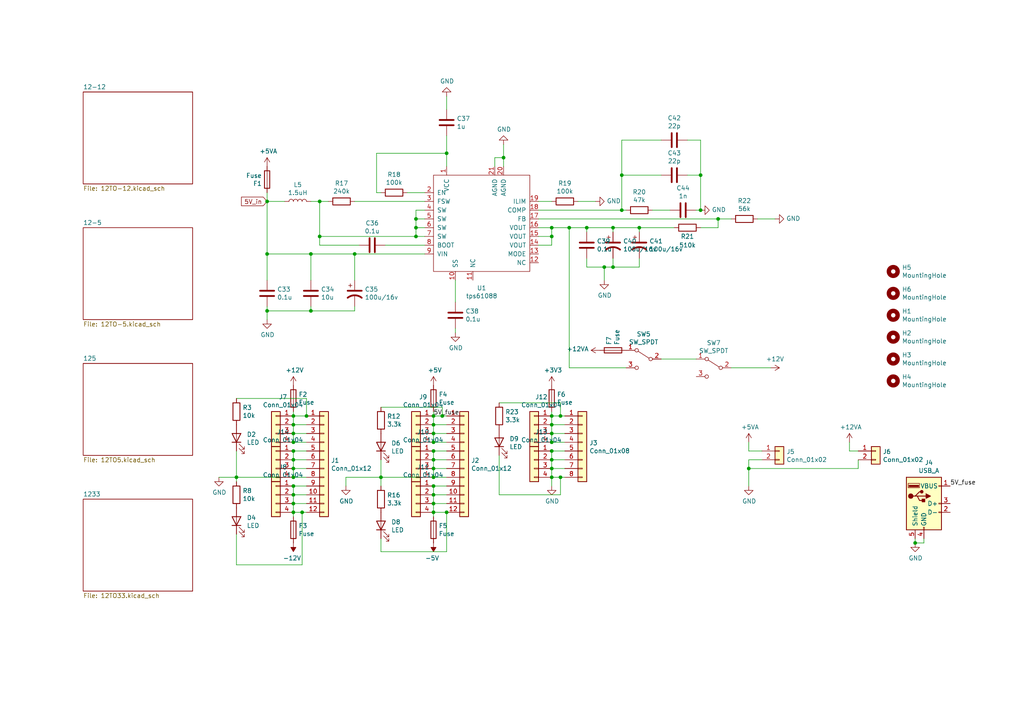
<source format=kicad_sch>
(kicad_sch (version 20230121) (generator eeschema)
  (paper "A4")
  (lib_symbols
    (symbol "Connector:USB_A" (pin_names (offset 1.016))
      (property "Reference" "J" (at -5.08 11.43 0))
      (property "Value" "USB_A" (at -5.08 8.89 0))
      (symbol "USB_A_0_1"
        (rectangle (start -5.08 -7.62) (end 5.08 7.62) (stroke (width 0.254)) (fill (type background)))
        (circle (center -3.81 2.159) (radius 0.635) (stroke (width 0.254)) (fill (type outline)))
        (rectangle (start -1.524 4.826) (end -4.318 5.334) (fill (type outline)))
        (rectangle (start -1.27 4.572) (end -4.572 5.842))
        (circle (center -0.635 3.429) (radius 0.381) (stroke (width 0.254)) (fill (type outline)))
        (rectangle (start -0.127 -7.62) (end 0.127 -6.858))
        (polyline (pts (xy -3.175 2.159) (xy -2.54 2.159) (xy -1.27 3.429) (xy -0.635 3.429)) (stroke (width 0.254)))
        (polyline (pts (xy -2.54 2.159) (xy -1.905 2.159) (xy -1.27 0.889) (xy 0 0.889)) (stroke (width 0.254)))
        (polyline (pts (xy 0.635 2.794) (xy 0.635 1.524) (xy 1.905 2.159) (xy 0.635 2.794)) (stroke (width 0.254)) (fill (type outline)))
        (rectangle (start 0.254 1.27) (end -0.508 0.508) (stroke (width 0.254)) (fill (type outline)))
        (rectangle (start 5.08 -2.667) (end 4.318 -2.413))
        (rectangle (start 5.08 -0.127) (end 4.318 0.127))
        (rectangle (start 5.08 4.953) (end 4.318 5.207))
      )
      (symbol "USB_A_1_1"
        (polyline (pts (xy -1.905 2.159) (xy 0.635 2.159)) (stroke (width 0.254)))
        (pin power_in line (at 7.62 5.08 180) (length 2.54) (name "VBUS") (number "1"))
        (pin bidirectional line (at 7.62 -2.54 180) (length 2.54) (name "D-") (number "2"))
        (pin bidirectional line (at 7.62 0 180) (length 2.54) (name "D+") (number "3"))
        (pin power_in line (at 0 -10.16 90) (length 2.54) (name "GND") (number "4"))
        (pin passive line (at -2.54 -10.16 90) (length 2.54) (name "Shield") (number "5"))
      )
    )
    (symbol "Connector_Generic:Conn_01x02" (pin_names (offset 1.016) hide)
      (property "Reference" "J" (at 0 2.54 0))
      (property "Value" "Conn_01x02" (at 0 -5.08 0))
      (symbol "Conn_01x02_1_1"
        (rectangle (start -1.27 -2.413) (end 0 -2.667) (stroke (width 0.1524)))
        (rectangle (start -1.27 0.127) (end 0 -0.127) (stroke (width 0.1524)))
        (rectangle (start -1.27 1.27) (end 1.27 -3.81) (stroke (width 0.254)) (fill (type background)))
        (pin passive line (at -5.08 0 0) (length 3.81) (name "Pin_1") (number "1"))
        (pin passive line (at -5.08 -2.54 0) (length 3.81) (name "Pin_2") (number "2"))
      )
    )
    (symbol "Connector_Generic:Conn_01x04" (pin_names (offset 1.016) hide)
      (property "Reference" "J" (at 0 5.08 0))
      (property "Value" "Conn_01x04" (at 0 -7.62 0))
      (symbol "Conn_01x04_1_1"
        (rectangle (start -1.27 -4.953) (end 0 -5.207) (stroke (width 0.1524)))
        (rectangle (start -1.27 -2.413) (end 0 -2.667) (stroke (width 0.1524)))
        (rectangle (start -1.27 0.127) (end 0 -0.127) (stroke (width 0.1524)))
        (rectangle (start -1.27 2.667) (end 0 2.413) (stroke (width 0.1524)))
        (rectangle (start -1.27 3.81) (end 1.27 -6.35) (stroke (width 0.254)) (fill (type background)))
        (pin passive line (at -5.08 2.54 0) (length 3.81) (name "Pin_1") (number "1"))
        (pin passive line (at -5.08 0 0) (length 3.81) (name "Pin_2") (number "2"))
        (pin passive line (at -5.08 -2.54 0) (length 3.81) (name "Pin_3") (number "3"))
        (pin passive line (at -5.08 -5.08 0) (length 3.81) (name "Pin_4") (number "4"))
      )
    )
    (symbol "Connector_Generic:Conn_01x08" (pin_names (offset 1.016) hide)
      (property "Reference" "J" (at 0 10.16 0))
      (property "Value" "Conn_01x08" (at 0 -12.7 0))
      (symbol "Conn_01x08_1_1"
        (rectangle (start -1.27 -10.033) (end 0 -10.287) (stroke (width 0.1524)))
        (rectangle (start -1.27 -7.493) (end 0 -7.747) (stroke (width 0.1524)))
        (rectangle (start -1.27 -4.953) (end 0 -5.207) (stroke (width 0.1524)))
        (rectangle (start -1.27 -2.413) (end 0 -2.667) (stroke (width 0.1524)))
        (rectangle (start -1.27 0.127) (end 0 -0.127) (stroke (width 0.1524)))
        (rectangle (start -1.27 2.667) (end 0 2.413) (stroke (width 0.1524)))
        (rectangle (start -1.27 5.207) (end 0 4.953) (stroke (width 0.1524)))
        (rectangle (start -1.27 7.747) (end 0 7.493) (stroke (width 0.1524)))
        (rectangle (start -1.27 8.89) (end 1.27 -11.43) (stroke (width 0.254)) (fill (type background)))
        (pin passive line (at -5.08 7.62 0) (length 3.81) (name "Pin_1") (number "1"))
        (pin passive line (at -5.08 5.08 0) (length 3.81) (name "Pin_2") (number "2"))
        (pin passive line (at -5.08 2.54 0) (length 3.81) (name "Pin_3") (number "3"))
        (pin passive line (at -5.08 0 0) (length 3.81) (name "Pin_4") (number "4"))
        (pin passive line (at -5.08 -2.54 0) (length 3.81) (name "Pin_5") (number "5"))
        (pin passive line (at -5.08 -5.08 0) (length 3.81) (name "Pin_6") (number "6"))
        (pin passive line (at -5.08 -7.62 0) (length 3.81) (name "Pin_7") (number "7"))
        (pin passive line (at -5.08 -10.16 0) (length 3.81) (name "Pin_8") (number "8"))
      )
    )
    (symbol "Connector_Generic:Conn_01x12" (pin_names (offset 1.016) hide)
      (property "Reference" "J" (at 0 15.24 0))
      (property "Value" "Conn_01x12" (at 0 -17.78 0))
      (symbol "Conn_01x12_1_1"
        (rectangle (start -1.27 -15.113) (end 0 -15.367) (stroke (width 0.1524)))
        (rectangle (start -1.27 -12.573) (end 0 -12.827) (stroke (width 0.1524)))
        (rectangle (start -1.27 -10.033) (end 0 -10.287) (stroke (width 0.1524)))
        (rectangle (start -1.27 -7.493) (end 0 -7.747) (stroke (width 0.1524)))
        (rectangle (start -1.27 -4.953) (end 0 -5.207) (stroke (width 0.1524)))
        (rectangle (start -1.27 -2.413) (end 0 -2.667) (stroke (width 0.1524)))
        (rectangle (start -1.27 0.127) (end 0 -0.127) (stroke (width 0.1524)))
        (rectangle (start -1.27 2.667) (end 0 2.413) (stroke (width 0.1524)))
        (rectangle (start -1.27 5.207) (end 0 4.953) (stroke (width 0.1524)))
        (rectangle (start -1.27 7.747) (end 0 7.493) (stroke (width 0.1524)))
        (rectangle (start -1.27 10.287) (end 0 10.033) (stroke (width 0.1524)))
        (rectangle (start -1.27 12.827) (end 0 12.573) (stroke (width 0.1524)))
        (rectangle (start -1.27 13.97) (end 1.27 -16.51) (stroke (width 0.254)) (fill (type background)))
        (pin passive line (at -5.08 12.7 0) (length 3.81) (name "Pin_1") (number "1"))
        (pin passive line (at -5.08 -10.16 0) (length 3.81) (name "Pin_10") (number "10"))
        (pin passive line (at -5.08 -12.7 0) (length 3.81) (name "Pin_11") (number "11"))
        (pin passive line (at -5.08 -15.24 0) (length 3.81) (name "Pin_12") (number "12"))
        (pin passive line (at -5.08 10.16 0) (length 3.81) (name "Pin_2") (number "2"))
        (pin passive line (at -5.08 7.62 0) (length 3.81) (name "Pin_3") (number "3"))
        (pin passive line (at -5.08 5.08 0) (length 3.81) (name "Pin_4") (number "4"))
        (pin passive line (at -5.08 2.54 0) (length 3.81) (name "Pin_5") (number "5"))
        (pin passive line (at -5.08 0 0) (length 3.81) (name "Pin_6") (number "6"))
        (pin passive line (at -5.08 -2.54 0) (length 3.81) (name "Pin_7") (number "7"))
        (pin passive line (at -5.08 -5.08 0) (length 3.81) (name "Pin_8") (number "8"))
        (pin passive line (at -5.08 -7.62 0) (length 3.81) (name "Pin_9") (number "9"))
      )
    )
    (symbol "Device:C" (pin_numbers hide) (pin_names (offset 0.254))
      (property "Reference" "C" (at 0.635 2.54 0))
      (property "Value" "C" (at 0.635 -2.54 0))
      (symbol "C_0_1"
        (polyline (pts (xy -2.032 -0.762) (xy 2.032 -0.762)) (stroke (width 0.508)))
        (polyline (pts (xy -2.032 0.762) (xy 2.032 0.762)) (stroke (width 0.508)))
      )
      (symbol "C_1_1"
        (pin passive line (at 0 3.81 270) (length 2.794) (name "~") (number "1"))
        (pin passive line (at 0 -3.81 90) (length 2.794) (name "~") (number "2"))
      )
    )
    (symbol "Device:Fuse" (pin_numbers hide) (pin_names (offset 0))
      (property "Reference" "F" (at 2.032 0 90))
      (property "Value" "Fuse" (at -1.905 0 90))
      (symbol "Fuse_0_1"
        (rectangle (start -0.762 -2.54) (end 0.762 2.54) (stroke (width 0.254)))
        (polyline (pts (xy 0 2.54) (xy 0 -2.54)))
      )
      (symbol "Fuse_1_1"
        (pin passive line (at 0 3.81 270) (length 1.27) (name "~") (number "1"))
        (pin passive line (at 0 -3.81 90) (length 1.27) (name "~") (number "2"))
      )
    )
    (symbol "Device:L" (pin_numbers hide) (pin_names (offset 1.016) hide)
      (property "Reference" "L" (at -1.27 0 90))
      (property "Value" "L" (at 1.905 0 90))
      (symbol "L_0_1"
        (arc (start 0 -2.54) (mid 0.6323 -1.905) (end 0 -1.27))
        (arc (start 0 -1.27) (mid 0.6323 -0.635) (end 0 0))
        (arc (start 0 0) (mid 0.6323 0.635) (end 0 1.27))
        (arc (start 0 1.27) (mid 0.6323 1.905) (end 0 2.54))
      )
      (symbol "L_1_1"
        (pin passive line (at 0 3.81 270) (length 1.27) (name "1") (number "1"))
        (pin passive line (at 0 -3.81 90) (length 1.27) (name "2") (number "2"))
      )
    )
    (symbol "Device:LED" (pin_numbers hide) (pin_names (offset 1.016) hide)
      (property "Reference" "D" (at 0 2.54 0))
      (property "Value" "LED" (at 0 -2.54 0))
      (symbol "LED_0_1"
        (polyline (pts (xy -1.27 -1.27) (xy -1.27 1.27)) (stroke (width 0.254)))
        (polyline (pts (xy -1.27 0) (xy 1.27 0)))
        (polyline (pts (xy 1.27 -1.27) (xy 1.27 1.27) (xy -1.27 0) (xy 1.27 -1.27)) (stroke (width 0.254)))
        (polyline (pts (xy -3.048 -0.762) (xy -4.572 -2.286) (xy -3.81 -2.286) (xy -4.572 -2.286) (xy -4.572 -1.524)))
        (polyline (pts (xy -1.778 -0.762) (xy -3.302 -2.286) (xy -2.54 -2.286) (xy -3.302 -2.286) (xy -3.302 -1.524)))
      )
      (symbol "LED_1_1"
        (pin passive line (at -3.81 0 0) (length 2.54) (name "K") (number "1"))
        (pin passive line (at 3.81 0 180) (length 2.54) (name "A") (number "2"))
      )
    )
    (symbol "Device:R" (pin_numbers hide) (pin_names (offset 0))
      (property "Reference" "R" (at 2.032 0 90))
      (property "Value" "R" (at 0 0 90))
      (symbol "R_0_1"
        (rectangle (start -1.016 -2.54) (end 1.016 2.54) (stroke (width 0.254)))
      )
      (symbol "R_1_1"
        (pin passive line (at 0 3.81 270) (length 1.27) (name "~") (number "1"))
        (pin passive line (at 0 -3.81 90) (length 1.27) (name "~") (number "2"))
      )
    )
    (symbol "Mechanical:MountingHole" (pin_names (offset 1.016))
      (property "Reference" "H" (at 0 5.08 0))
      (property "Value" "MountingHole" (at 0 3.175 0))
      (symbol "MountingHole_0_1"
        (circle (center 0 0) (radius 1.27) (stroke (width 1.27)))
      )
    )
    (symbol "Switch:SW_SPDT" (pin_names (offset 0) hide)
      (property "Reference" "SW" (at 0 4.318 0))
      (property "Value" "SW_SPDT" (at 0 -5.08 0))
      (symbol "SW_SPDT_0_0"
        (circle (center -2.032 0) (radius 0.508))
        (circle (center 2.032 -2.54) (radius 0.508))
      )
      (symbol "SW_SPDT_0_1"
        (polyline (pts (xy -1.524 0.254) (xy 1.651 2.286)))
        (circle (center 2.032 2.54) (radius 0.508))
      )
      (symbol "SW_SPDT_1_1"
        (pin passive line (at 5.08 2.54 180) (length 2.54) (name "A") (number "1"))
        (pin passive line (at -5.08 0 0) (length 2.54) (name "B") (number "2"))
        (pin passive line (at 5.08 -2.54 180) (length 2.54) (name "C") (number "3"))
      )
    )
    (symbol "power:+12V" (power) (pin_names (offset 0))
      (property "Value" "+12V" (at 0 3.556 0))
      (symbol "+12V_0_1"
        (polyline (pts (xy -0.762 1.27) (xy 0 2.54)))
        (polyline (pts (xy 0 0) (xy 0 2.54)))
        (polyline (pts (xy 0 2.54) (xy 0.762 1.27)))
      )
      (symbol "+12V_1_1"
        (pin power_in line (at 0 0 90) (length 0) hide (name "+12V") (number "1"))
      )
    )
    (symbol "power:+12VA" (power) (pin_names (offset 0))
      (property "Value" "+12VA" (at 0 3.556 0))
      (symbol "+12VA_0_1"
        (polyline (pts (xy -0.762 1.27) (xy 0 2.54)))
        (polyline (pts (xy 0 0) (xy 0 2.54)))
        (polyline (pts (xy 0 2.54) (xy 0.762 1.27)))
      )
      (symbol "+12VA_1_1"
        (pin power_in line (at 0 0 90) (length 0) hide (name "+12VA") (number "1"))
      )
    )
    (symbol "power:+5V" (power) (pin_names (offset 0))
      (property "Value" "+5V" (at 0 3.556 0))
      (symbol "+5V_0_1"
        (polyline (pts (xy -0.762 1.27) (xy 0 2.54)))
        (polyline (pts (xy 0 0) (xy 0 2.54)))
        (polyline (pts (xy 0 2.54) (xy 0.762 1.27)))
      )
      (symbol "+5V_1_1"
        (pin power_in line (at 0 0 90) (length 0) hide (name "+5V") (number "1"))
      )
    )
    (symbol "power:+5VA" (power) (pin_names (offset 0))
      (property "Value" "+5VA" (at 0 3.556 0))
      (symbol "+5VA_0_1"
        (polyline (pts (xy -0.762 1.27) (xy 0 2.54)))
        (polyline (pts (xy 0 0) (xy 0 2.54)))
        (polyline (pts (xy 0 2.54) (xy 0.762 1.27)))
      )
      (symbol "+5VA_1_1"
        (pin power_in line (at 0 0 90) (length 0) hide (name "+5VA") (number "1"))
      )
    )
    (symbol "power:-12V" (power) (pin_names (offset 0))
      (property "Value" "-12V" (at 0 3.81 0))
      (symbol "-12V_0_0"
        (pin power_in line (at 0 0 90) (length 0) hide (name "-12V") (number "1"))
      )
      (symbol "-12V_0_1"
        (polyline (pts (xy 0 0) (xy 0 1.27) (xy 0.762 1.27) (xy 0 2.54) (xy -0.762 1.27) (xy 0 1.27)) (fill (type outline)))
      )
    )
    (symbol "power:-5V" (power) (pin_names (offset 0))
      (property "Value" "-5V" (at 0 3.81 0))
      (symbol "-5V_0_0"
        (pin power_in line (at 0 0 90) (length 0) hide (name "-5V") (number "1"))
      )
      (symbol "-5V_0_1"
        (polyline (pts (xy 0 0) (xy 0 1.27) (xy 0.762 1.27) (xy 0 2.54) (xy -0.762 1.27) (xy 0 1.27)) (fill (type outline)))
      )
    )
    (symbol "power:GND" (power) (pin_names (offset 0))
      (property "Value" "GND" (at 0 -3.81 0))
      (symbol "GND_0_1"
        (polyline (pts (xy 0 0) (xy 0 -1.27) (xy 1.27 -1.27) (xy 0 -2.54) (xy -1.27 -1.27) (xy 0 -1.27)))
      )
      (symbol "GND_1_1"
        (pin power_in line (at 0 0 270) (length 0) hide (name "GND") (number "1"))
      )
    )
    (symbol "tps61088-rescue:+3.3V-power" (power) (pin_names (offset 0))
      (property "Value" "+3.3V-power" (at 0 3.556 0))
      (symbol "+3.3V-power_0_1"
        (polyline (pts (xy -0.762 1.27) (xy 0 2.54)))
        (polyline (pts (xy 0 0) (xy 0 2.54)))
        (polyline (pts (xy 0 2.54) (xy 0.762 1.27)))
      )
      (symbol "+3.3V-power_1_1"
        (pin power_in line (at 0 0 90) (length 0) hide (name "+3V3") (number "1"))
      )
    )
    (symbol "tps61088-rescue:CP1-Device" (pin_numbers hide) (pin_names (offset 0.254) hide)
      (property "Reference" "C" (at 0.635 2.54 0))
      (property "Value" "CP1-Device" (at 0.635 -2.54 0))
      (symbol "CP1-Device_0_1"
        (polyline (pts (xy -2.032 0.762) (xy 2.032 0.762)) (stroke (width 0.508)))
        (polyline (pts (xy -1.778 2.286) (xy -0.762 2.286)))
        (polyline (pts (xy -1.27 1.778) (xy -1.27 2.794)))
        (arc (start 2.032 -1.27) (mid 0 -0.5572) (end -2.032 -1.27) (stroke (width 0.508)))
      )
      (symbol "CP1-Device_1_1"
        (pin passive line (at 0 3.81 270) (length 2.794) (name "~") (number "1"))
        (pin passive line (at 0 -3.81 90) (length 3.302) (name "~") (number "2"))
      )
    )
    (symbol "tps61088:tps61088" (pin_names (offset 1.016))
      (property "Reference" "U" (at 0 29.21 0))
      (property "Value" "tps61088" (at 0 26.67 0))
      (symbol "tps61088_0_1"
        (rectangle (start -13.97 13.97) (end 13.97 -13.97))
      )
      (symbol "tps61088_1_1"
        (pin input line (at -10.16 16.51 270) (length 2.54) (name "VCC") (number "1"))
        (pin input line (at -7.62 -16.51 90) (length 2.54) (name "SS") (number "10"))
        (pin input line (at -2.54 -16.51 90) (length 2.54) (name "NC") (number "11"))
        (pin input line (at 16.51 -11.43 180) (length 2.54) (name "NC") (number "12"))
        (pin input line (at 16.51 -8.89 180) (length 2.54) (name "MODE") (number "13"))
        (pin output line (at 16.51 -6.35 180) (length 2.54) (name "VOUT") (number "14"))
        (pin output line (at 16.51 -3.81 180) (length 2.54) (name "VOUT") (number "15"))
        (pin output line (at 16.51 -1.27 180) (length 2.54) (name "VOUT") (number "16"))
        (pin output line (at 16.51 1.27 180) (length 2.54) (name "FB") (number "17"))
        (pin input line (at 16.51 3.81 180) (length 2.54) (name "COMP") (number "18"))
        (pin input line (at 16.51 6.35 180) (length 2.54) (name "ILIM") (number "19"))
        (pin input line (at -16.51 8.89 0) (length 2.54) (name "EN") (number "2"))
        (pin input line (at 6.35 16.51 270) (length 2.54) (name "AGND") (number "20"))
        (pin input line (at 3.81 16.51 270) (length 2.54) (name "AGND") (number "21"))
        (pin input line (at -16.51 6.35 0) (length 2.54) (name "FSW") (number "3"))
        (pin input line (at -16.51 3.81 0) (length 2.54) (name "SW") (number "4"))
        (pin input line (at -16.51 1.27 0) (length 2.54) (name "SW") (number "5"))
        (pin input line (at -16.51 -1.27 0) (length 2.54) (name "SW") (number "6"))
        (pin input line (at -16.51 -3.81 0) (length 2.54) (name "SW") (number "7"))
        (pin input line (at -16.51 -6.35 0) (length 2.54) (name "BOOT") (number "8"))
        (pin input line (at -16.51 -8.89 0) (length 2.54) (name "VIN") (number "9"))
      )
    )
  )
  (junction (at 120.65 68.58))
  (junction (at 177.8 77.47))
  (junction (at 160.02 135.89))
  (junction (at 85.09 133.35))
  (junction (at 175.26 77.47))
  (junction (at 160.02 128.27))
  (junction (at 120.65 66.04))
  (junction (at 88.9 120.65))
  (junction (at 85.09 143.51))
  (junction (at 203.2 60.96))
  (junction (at 180.34 50.8))
  (junction (at 217.17 135.89))
  (junction (at 125.73 138.43))
  (junction (at 160.02 125.73))
  (junction (at 125.73 128.27))
  (junction (at 125.73 123.19))
  (junction (at 203.2 50.8))
  (junction (at 265.43 157.48))
  (junction (at 177.8 66.04))
  (junction (at 68.58 138.43))
  (junction (at 85.09 138.43))
  (junction (at 85.09 140.97))
  (junction (at 208.28 63.5))
  (junction (at 85.09 128.27))
  (junction (at 160.02 68.58))
  (junction (at 165.1 66.04))
  (junction (at 129.54 44.45))
  (junction (at 85.09 125.73))
  (junction (at 128.27 120.65))
  (junction (at 185.42 66.04))
  (junction (at 77.47 90.17))
  (junction (at 160.02 130.81))
  (junction (at 102.87 73.66))
  (junction (at 85.09 148.59))
  (junction (at 90.17 73.66))
  (junction (at 85.09 135.89))
  (junction (at 160.02 133.35))
  (junction (at 85.09 120.65))
  (junction (at 85.09 123.19))
  (junction (at 160.02 123.19))
  (junction (at 129.54 148.59))
  (junction (at 125.73 148.59))
  (junction (at 120.65 63.5))
  (junction (at 125.73 130.81))
  (junction (at 92.71 68.58))
  (junction (at 125.73 125.73))
  (junction (at 77.47 73.66))
  (junction (at 180.34 60.96))
  (junction (at 87.63 148.59))
  (junction (at 90.17 90.17))
  (junction (at 85.09 146.05))
  (junction (at 162.56 138.43))
  (junction (at 125.73 135.89))
  (junction (at 85.09 130.81))
  (junction (at 125.73 120.65))
  (junction (at 77.47 58.42))
  (junction (at 92.71 58.42))
  (junction (at 110.49 138.43))
  (junction (at 162.56 120.65))
  (junction (at 125.73 143.51))
  (junction (at 125.73 140.97))
  (junction (at 125.73 146.05))
  (junction (at 125.73 133.35))
  (junction (at 160.02 66.04))
  (junction (at 146.05 45.72))
  (junction (at 170.18 66.04))
  (junction (at 160.02 138.43))
  (junction (at 160.02 120.65))
  (wire (pts (xy 88.9 133.35) (xy 85.09 133.35)))
  (wire (pts (xy 68.58 115.57) (xy 88.9 115.57)))
  (wire (pts (xy 185.42 66.04) (xy 195.58 66.04)))
  (wire (pts (xy 160.02 123.19) (xy 160.02 125.73)))
  (wire (pts (xy 156.21 66.04) (xy 160.02 66.04)))
  (wire (pts (xy 246.38 130.81) (xy 248.92 130.81)))
  (wire (pts (xy 129.54 148.59) (xy 125.73 148.59)))
  (wire (pts (xy 88.9 138.43) (xy 85.09 138.43)))
  (wire (pts (xy 110.49 156.21) (xy 110.49 160.02)))
  (wire (pts (xy 129.54 31.75) (xy 129.54 27.94)))
  (wire (pts (xy 102.87 90.17) (xy 90.17 90.17)))
  (wire (pts (xy 125.73 148.59) (xy 125.73 146.05)))
  (wire (pts (xy 125.73 125.73) (xy 125.73 128.27)))
  (wire (pts (xy 110.49 160.02) (xy 129.54 160.02)))
  (wire (pts (xy 125.73 133.35) (xy 129.54 133.35)))
  (wire (pts (xy 246.38 128.27) (xy 246.38 130.81)))
  (wire (pts (xy 109.22 55.88) (xy 109.22 44.45)))
  (wire (pts (xy 77.47 88.9) (xy 77.47 90.17)))
  (wire (pts (xy 123.19 63.5) (xy 120.65 63.5)))
  (wire (pts (xy 160.02 133.35) (xy 160.02 130.81)))
  (wire (pts (xy 163.83 120.65) (xy 162.56 120.65)))
  (wire (pts (xy 203.2 40.64) (xy 203.2 50.8)))
  (wire (pts (xy 111.76 71.12) (xy 123.19 71.12)))
  (wire (pts (xy 163.83 135.89) (xy 160.02 135.89)))
  (wire (pts (xy 170.18 74.93) (xy 170.18 77.47)))
  (wire (pts (xy 85.09 135.89) (xy 88.9 135.89)))
  (wire (pts (xy 90.17 73.66) (xy 77.47 73.66)))
  (wire (pts (xy 191.77 40.64) (xy 180.34 40.64)))
  (wire (pts (xy 123.19 68.58) (xy 120.65 68.58)))
  (wire (pts (xy 87.63 148.59) (xy 88.9 148.59)))
  (wire (pts (xy 125.73 149.86) (xy 125.73 148.59)))
  (wire (pts (xy 68.58 139.7) (xy 68.58 138.43)))
  (wire (pts (xy 160.02 66.04) (xy 165.1 66.04)))
  (wire (pts (xy 165.1 66.04) (xy 170.18 66.04)))
  (wire (pts (xy 160.02 140.97) (xy 160.02 138.43)))
  (wire (pts (xy 90.17 88.9) (xy 90.17 90.17)))
  (wire (pts (xy 85.09 143.51) (xy 85.09 140.97)))
  (wire (pts (xy 177.8 66.04) (xy 185.42 66.04)))
  (wire (pts (xy 212.09 106.68) (xy 223.52 106.68)))
  (wire (pts (xy 92.71 68.58) (xy 92.71 58.42)))
  (wire (pts (xy 88.9 130.81) (xy 85.09 130.81)))
  (wire (pts (xy 189.23 60.96) (xy 194.31 60.96)))
  (wire (pts (xy 85.09 120.65) (xy 85.09 123.19)))
  (wire (pts (xy 120.65 63.5) (xy 120.65 66.04)))
  (wire (pts (xy 180.34 60.96) (xy 181.61 60.96)))
  (wire (pts (xy 160.02 125.73) (xy 160.02 128.27)))
  (wire (pts (xy 143.51 48.26) (xy 143.51 45.72)))
  (wire (pts (xy 85.09 130.81) (xy 85.09 133.35)))
  (wire (pts (xy 120.65 66.04) (xy 120.65 68.58)))
  (wire (pts (xy 162.56 143.51) (xy 162.56 138.43)))
  (wire (pts (xy 217.17 130.81) (xy 220.98 130.81)))
  (wire (pts (xy 85.09 149.86) (xy 85.09 148.59)))
  (wire (pts (xy 120.65 68.58) (xy 92.71 68.58)))
  (wire (pts (xy 125.73 140.97) (xy 129.54 140.97)))
  (wire (pts (xy 68.58 130.81) (xy 68.58 138.43)))
  (wire (pts (xy 177.8 77.47) (xy 185.42 77.47)))
  (wire (pts (xy 63.5 138.43) (xy 68.58 138.43)))
  (wire (pts (xy 165.1 106.68) (xy 181.61 106.68)))
  (wire (pts (xy 77.47 58.42) (xy 77.47 73.66)))
  (wire (pts (xy 185.42 67.31) (xy 185.42 66.04)))
  (wire (pts (xy 160.02 120.65) (xy 160.02 123.19)))
  (wire (pts (xy 90.17 90.17) (xy 77.47 90.17)))
  (wire (pts (xy 160.02 128.27) (xy 163.83 128.27)))
  (wire (pts (xy 156.21 63.5) (xy 208.28 63.5)))
  (wire (pts (xy 123.19 66.04) (xy 120.65 66.04)))
  (wire (pts (xy 146.05 41.91) (xy 146.05 45.72)))
  (wire (pts (xy 170.18 77.47) (xy 175.26 77.47)))
  (wire (pts (xy 129.54 120.65) (xy 128.27 120.65)))
  (wire (pts (xy 129.54 123.19) (xy 125.73 123.19)))
  (wire (pts (xy 125.73 123.19) (xy 125.73 125.73)))
  (wire (pts (xy 191.77 50.8) (xy 180.34 50.8)))
  (wire (pts (xy 110.49 138.43) (xy 125.73 138.43)))
  (wire (pts (xy 88.9 146.05) (xy 85.09 146.05)))
  (wire (pts (xy 203.2 50.8) (xy 203.2 60.96)))
  (wire (pts (xy 217.17 128.27) (xy 217.17 130.81)))
  (wire (pts (xy 129.54 39.37) (xy 129.54 44.45)))
  (wire (pts (xy 125.73 146.05) (xy 125.73 143.51)))
  (wire (pts (xy 180.34 50.8) (xy 180.34 60.96)))
  (wire (pts (xy 208.28 63.5) (xy 212.09 63.5)))
  (wire (pts (xy 185.42 77.47) (xy 185.42 74.93)))
  (wire (pts (xy 160.02 68.58) (xy 160.02 66.04)))
  (wire (pts (xy 146.05 45.72) (xy 146.05 48.26)))
  (wire (pts (xy 123.19 73.66) (xy 102.87 73.66)))
  (wire (pts (xy 172.72 58.42) (xy 167.64 58.42)))
  (wire (pts (xy 162.56 116.84) (xy 162.56 120.65)))
  (wire (pts (xy 129.54 44.45) (xy 129.54 48.26)))
  (wire (pts (xy 88.9 125.73) (xy 85.09 125.73)))
  (wire (pts (xy 177.8 74.93) (xy 177.8 77.47)))
  (wire (pts (xy 85.09 138.43) (xy 85.09 135.89)))
  (wire (pts (xy 163.83 123.19) (xy 160.02 123.19)))
  (wire (pts (xy 160.02 58.42) (xy 156.21 58.42)))
  (wire (pts (xy 77.47 73.66) (xy 77.47 81.28)))
  (wire (pts (xy 125.73 133.35) (xy 125.73 135.89)))
  (wire (pts (xy 128.27 120.65) (xy 125.73 120.65)))
  (wire (pts (xy 175.26 81.28) (xy 175.26 77.47)))
  (wire (pts (xy 85.09 119.38) (xy 85.09 120.65)))
  (wire (pts (xy 248.92 133.35) (xy 248.92 135.89)))
  (wire (pts (xy 143.51 45.72) (xy 146.05 45.72)))
  (wire (pts (xy 125.73 138.43) (xy 125.73 135.89)))
  (wire (pts (xy 175.26 77.47) (xy 177.8 77.47)))
  (wire (pts (xy 125.73 119.38) (xy 125.73 120.65)))
  (wire (pts (xy 156.21 71.12) (xy 160.02 71.12)))
  (wire (pts (xy 110.49 118.11) (xy 128.27 118.11)))
  (wire (pts (xy 199.39 40.64) (xy 203.2 40.64)))
  (wire (pts (xy 203.2 66.04) (xy 208.28 66.04)))
  (wire (pts (xy 125.73 128.27) (xy 129.54 128.27)))
  (wire (pts (xy 90.17 81.28) (xy 90.17 73.66)))
  (wire (pts (xy 102.87 88.9) (xy 102.87 90.17)))
  (wire (pts (xy 125.73 135.89) (xy 129.54 135.89)))
  (wire (pts (xy 160.02 130.81) (xy 163.83 130.81)))
  (wire (pts (xy 165.1 66.04) (xy 165.1 106.68)))
  (wire (pts (xy 68.58 138.43) (xy 85.09 138.43)))
  (wire (pts (xy 109.22 44.45) (xy 129.54 44.45)))
  (wire (pts (xy 92.71 71.12) (xy 92.71 68.58)))
  (wire (pts (xy 125.73 130.81) (xy 129.54 130.81)))
  (wire (pts (xy 160.02 138.43) (xy 162.56 138.43)))
  (wire (pts (xy 129.54 146.05) (xy 125.73 146.05)))
  (wire (pts (xy 102.87 81.28) (xy 102.87 73.66)))
  (wire (pts (xy 217.17 133.35) (xy 217.17 135.89)))
  (wire (pts (xy 125.73 138.43) (xy 129.54 138.43)))
  (wire (pts (xy 110.49 140.97) (xy 110.49 138.43)))
  (wire (pts (xy 110.49 55.88) (xy 109.22 55.88)))
  (wire (pts (xy 125.73 130.81) (xy 125.73 133.35)))
  (wire (pts (xy 267.97 157.48) (xy 267.97 156.21)))
  (wire (pts (xy 129.54 125.73) (xy 125.73 125.73)))
  (wire (pts (xy 217.17 135.89) (xy 217.17 140.97)))
  (wire (pts (xy 177.8 67.31) (xy 177.8 66.04)))
  (wire (pts (xy 90.17 58.42) (xy 92.71 58.42)))
  (wire (pts (xy 132.08 96.52) (xy 132.08 95.25)))
  (wire (pts (xy 160.02 138.43) (xy 160.02 135.89)))
  (wire (pts (xy 208.28 66.04) (xy 208.28 63.5)))
  (wire (pts (xy 162.56 120.65) (xy 160.02 120.65)))
  (wire (pts (xy 199.39 50.8) (xy 203.2 50.8)))
  (wire (pts (xy 102.87 58.42) (xy 123.19 58.42)))
  (wire (pts (xy 85.09 148.59) (xy 85.09 146.05)))
  (wire (pts (xy 128.27 118.11) (xy 128.27 120.65)))
  (wire (pts (xy 162.56 138.43) (xy 163.83 138.43)))
  (wire (pts (xy 88.9 120.65) (xy 85.09 120.65)))
  (wire (pts (xy 85.09 143.51) (xy 88.9 143.51)))
  (wire (pts (xy 170.18 66.04) (xy 177.8 66.04)))
  (wire (pts (xy 104.14 71.12) (xy 92.71 71.12)))
  (wire (pts (xy 201.93 60.96) (xy 203.2 60.96)))
  (wire (pts (xy 125.73 143.51) (xy 125.73 140.97)))
  (wire (pts (xy 85.09 148.59) (xy 87.63 148.59)))
  (wire (pts (xy 85.09 133.35) (xy 85.09 135.89)))
  (wire (pts (xy 85.09 125.73) (xy 85.09 128.27)))
  (wire (pts (xy 160.02 135.89) (xy 160.02 133.35)))
  (wire (pts (xy 160.02 119.38) (xy 160.02 120.65)))
  (wire (pts (xy 265.43 157.48) (xy 267.97 157.48)))
  (wire (pts (xy 100.33 140.97) (xy 100.33 138.43)))
  (wire (pts (xy 170.18 67.31) (xy 170.18 66.04)))
  (wire (pts (xy 125.73 120.65) (xy 125.73 123.19)))
  (wire (pts (xy 92.71 58.42) (xy 95.25 58.42)))
  (wire (pts (xy 156.21 60.96) (xy 180.34 60.96)))
  (wire (pts (xy 88.9 123.19) (xy 85.09 123.19)))
  (wire (pts (xy 88.9 115.57) (xy 88.9 120.65)))
  (wire (pts (xy 201.93 104.14) (xy 191.77 104.14)))
  (wire (pts (xy 82.55 58.42) (xy 77.47 58.42)))
  (wire (pts (xy 224.79 63.5) (xy 219.71 63.5)))
  (wire (pts (xy 123.19 60.96) (xy 120.65 60.96)))
  (wire (pts (xy 118.11 55.88) (xy 123.19 55.88)))
  (wire (pts (xy 77.47 90.17) (xy 77.47 92.71)))
  (wire (pts (xy 85.09 123.19) (xy 85.09 125.73)))
  (wire (pts (xy 100.33 138.43) (xy 110.49 138.43)))
  (wire (pts (xy 110.49 133.35) (xy 110.49 138.43)))
  (wire (pts (xy 85.09 128.27) (xy 88.9 128.27)))
  (wire (pts (xy 68.58 154.94) (xy 68.58 163.83)))
  (wire (pts (xy 144.78 132.08) (xy 144.78 143.51)))
  (wire (pts (xy 163.83 125.73) (xy 160.02 125.73)))
  (wire (pts (xy 85.09 140.97) (xy 88.9 140.97)))
  (wire (pts (xy 265.43 157.48) (xy 265.43 156.21)))
  (wire (pts (xy 220.98 133.35) (xy 217.17 133.35)))
  (wire (pts (xy 144.78 143.51) (xy 162.56 143.51)))
  (wire (pts (xy 132.08 87.63) (xy 132.08 81.28)))
  (wire (pts (xy 120.65 60.96) (xy 120.65 63.5)))
  (wire (pts (xy 180.34 40.64) (xy 180.34 50.8)))
  (wire (pts (xy 160.02 71.12) (xy 160.02 68.58)))
  (wire (pts (xy 129.54 160.02) (xy 129.54 148.59)))
  (wire (pts (xy 68.58 163.83) (xy 87.63 163.83)))
  (wire (pts (xy 248.92 135.89) (xy 217.17 135.89)))
  (wire (pts (xy 129.54 143.51) (xy 125.73 143.51)))
  (wire (pts (xy 85.09 146.05) (xy 85.09 143.51)))
  (wire (pts (xy 87.63 163.83) (xy 87.63 148.59)))
  (wire (pts (xy 156.21 68.58) (xy 160.02 68.58)))
  (wire (pts (xy 77.47 55.88) (xy 77.47 58.42)))
  (wire (pts (xy 102.87 73.66) (xy 90.17 73.66)))
  (wire (pts (xy 163.83 133.35) (xy 160.02 133.35)))
  (wire (pts (xy 144.78 116.84) (xy 162.56 116.84)))
  (label "5V_fuse" (at 125.73 120.65 0))
  (label "5V_fuse" (at 275.59 140.97 0))
  (global_label "5V_in" (shape input) (at 77.47 58.42 180) (property "Intersheetrefs" "${INTERSHEET_REFS}" (effects hide)))
  (symbol (lib_id "tps61088:tps61088") (at 139.7 64.77 0) (unit 1)
    (property "Reference" "U1" (at 139.7 83.5406 0))
    (property "Value" "tps61088" (at 139.7 85.852 0))
    (property "Footprint" "Package_DFN_QFN:Texas_VQFN-RHL-20" (effects hide))
  )
  (symbol (lib_id "power:GND") (at 129.54 27.94 0) (mirror x) (unit 1)
    (property "Reference" "#PWR031" (effects hide))
    (property "Value" "GND" (at 129.667 23.5458 0))
  )
  (symbol (lib_id "power:GND") (at 146.05 41.91 0) (mirror x) (unit 1)
    (property "Reference" "#PWR033" (effects hide))
    (property "Value" "GND" (at 146.177 37.5158 0))
  )
  (symbol (lib_id "power:GND") (at 77.47 92.71 0) (unit 1)
    (property "Reference" "#PWR030" (effects hide))
    (property "Value" "GND" (at 77.597 97.1042 0))
  )
  (symbol (lib_id "power:GND") (at 132.08 96.52 0) (unit 1)
    (property "Reference" "#PWR032" (effects hide))
    (property "Value" "GND" (at 132.207 100.9142 0))
  )
  (symbol (lib_id "power:GND") (at 224.79 63.5 90) (unit 1)
    (property "Reference" "#PWR037" (effects hide))
    (property "Value" "GND" (at 228.0412 63.373 90) (effects (justify right)))
  )
  (symbol (lib_id "power:GND") (at 175.26 81.28 0) (unit 1)
    (property "Reference" "#PWR035" (effects hide))
    (property "Value" "GND" (at 175.387 85.6742 0))
  )
  (symbol (lib_id "power:GND") (at 172.72 58.42 90) (unit 1)
    (property "Reference" "#PWR034" (effects hide))
    (property "Value" "GND" (at 175.9712 58.293 90) (effects (justify right)))
  )
  (symbol (lib_id "power:GND") (at 203.2 60.96 90) (unit 1)
    (property "Reference" "#PWR036" (effects hide))
    (property "Value" "GND" (at 206.4512 60.833 90) (effects (justify right)))
  )
  (symbol (lib_id "Device:R") (at 215.9 63.5 270) (unit 1)
    (property "Reference" "R22" (at 215.9 58.2422 90))
    (property "Value" "56k" (at 215.9 60.5536 90))
    (property "Footprint" "Resistor_SMD:R_0402_1005Metric" (effects hide))
  )
  (symbol (lib_id "Device:R") (at 199.39 66.04 270) (unit 1)
    (property "Reference" "R21" (at 199.39 68.58 90))
    (property "Value" "510k" (at 199.39 71.12 90))
    (property "Footprint" "Resistor_SMD:R_0402_1005Metric" (effects hide))
  )
  (symbol (lib_id "Device:C") (at 170.18 71.12 0) (unit 1)
    (property "Reference" "C39" (at 173.101 69.9516 0) (effects (justify left)))
    (property "Value" "0.1u" (at 173.101 72.263 0) (effects (justify left)))
    (property "Footprint" "Capacitor_SMD:C_0402_1005Metric" (effects hide))
  )
  (symbol (lib_id "Device:R") (at 163.83 58.42 270) (unit 1)
    (property "Reference" "R19" (at 163.83 53.1622 90))
    (property "Value" "100k" (at 163.83 55.4736 90))
    (property "Footprint" "Resistor_SMD:R_0402_1005Metric" (effects hide))
  )
  (symbol (lib_id "Device:C") (at 198.12 60.96 270) (unit 1)
    (property "Reference" "C44" (at 198.12 54.5592 90))
    (property "Value" "1n" (at 198.12 56.8706 90))
    (property "Footprint" "Capacitor_SMD:C_0402_1005Metric" (effects hide))
  )
  (symbol (lib_id "Device:C") (at 195.58 50.8 270) (unit 1)
    (property "Reference" "C43" (at 195.58 44.3992 90))
    (property "Value" "22p" (at 195.58 46.7106 90))
    (property "Footprint" "Capacitor_SMD:C_0402_1005Metric" (effects hide))
  )
  (symbol (lib_id "Device:C") (at 195.58 40.64 270) (unit 1)
    (property "Reference" "C42" (at 195.58 34.2392 90))
    (property "Value" "22p" (at 195.58 36.5506 90))
    (property "Footprint" "Capacitor_SMD:C_0402_1005Metric" (effects hide))
  )
  (symbol (lib_id "Device:R") (at 185.42 60.96 270) (unit 1)
    (property "Reference" "R20" (at 185.42 55.7022 90))
    (property "Value" "47k" (at 185.42 58.0136 90))
    (property "Footprint" "Resistor_SMD:R_0402_1005Metric" (effects hide))
  )
  (symbol (lib_id "power:+5VA") (at 77.47 48.26 0) (unit 1)
    (property "Reference" "#PWR029" (effects hide))
    (property "Value" "+5VA" (at 77.851 43.8658 0))
  )
  (symbol (lib_id "Device:C") (at 77.47 85.09 0) (unit 1)
    (property "Reference" "C33" (at 80.391 83.9216 0) (effects (justify left)))
    (property "Value" "0.1u" (at 80.391 86.233 0) (effects (justify left)))
    (property "Footprint" "Capacitor_SMD:C_0402_1005Metric" (effects hide))
  )
  (symbol (lib_id "Device:C") (at 90.17 85.09 0) (unit 1)
    (property "Reference" "C34" (at 93.091 83.9216 0) (effects (justify left)))
    (property "Value" "10u" (at 93.091 86.233 0) (effects (justify left)))
    (property "Footprint" "Capacitor_SMD:C_0603_1608Metric" (effects hide))
  )
  (symbol (lib_id "tps61088-rescue:CP1-Device") (at 102.87 85.09 0) (unit 1)
    (property "Reference" "C35" (at 105.791 83.9216 0) (effects (justify left)))
    (property "Value" "100u/16v" (at 105.791 86.233 0) (effects (justify left)))
    (property "Footprint" "Capacitor_THT:CP_Radial_D5.0mm_P2.00mm" (effects hide))
  )
  (symbol (lib_id "tps61088-rescue:CP1-Device") (at 177.8 71.12 0) (unit 1)
    (property "Reference" "C40" (at 180.721 69.9516 0) (effects (justify left)))
    (property "Value" "100u/16v" (at 180.721 72.263 0) (effects (justify left)))
    (property "Footprint" "Capacitor_THT:CP_Radial_D5.0mm_P2.00mm" (effects hide))
  )
  (symbol (lib_id "tps61088-rescue:CP1-Device") (at 185.42 71.12 0) (unit 1)
    (property "Reference" "C41" (at 188.341 69.9516 0) (effects (justify left)))
    (property "Value" "100u/16v" (at 188.341 72.263 0) (effects (justify left)))
    (property "Footprint" "Capacitor_THT:CP_Radial_D5.0mm_P2.00mm" (effects hide))
  )
  (symbol (lib_id "Device:C") (at 132.08 91.44 0) (unit 1)
    (property "Reference" "C38" (at 135.001 90.2716 0) (effects (justify left)))
    (property "Value" "0.1u" (at 135.001 92.583 0) (effects (justify left)))
    (property "Footprint" "Capacitor_SMD:C_0402_1005Metric" (effects hide))
  )
  (symbol (lib_id "Device:L") (at 86.36 58.42 90) (unit 1)
    (property "Reference" "L5" (at 86.36 53.594 90))
    (property "Value" "1.5uH" (at 86.36 55.9054 90))
    (property "Footprint" "Inductor_SMD:L_7.3x7.3_H3.5" (effects hide))
  )
  (symbol (lib_id "Device:R") (at 99.06 58.42 270) (unit 1)
    (property "Reference" "R17" (at 99.06 53.1622 90))
    (property "Value" "240k" (at 99.06 55.4736 90))
    (property "Footprint" "Resistor_SMD:R_0603_1608Metric" (effects hide))
  )
  (symbol (lib_id "Device:R") (at 114.3 55.88 270) (unit 1)
    (property "Reference" "R18" (at 114.3 50.6222 90))
    (property "Value" "100k" (at 114.3 52.9336 90))
    (property "Footprint" "Resistor_SMD:R_0402_1005Metric" (effects hide))
  )
  (symbol (lib_id "Device:C") (at 129.54 35.56 0) (unit 1)
    (property "Reference" "C37" (at 132.461 34.3916 0) (effects (justify left)))
    (property "Value" "1u" (at 132.461 36.703 0) (effects (justify left)))
    (property "Footprint" "Capacitor_SMD:C_0402_1005Metric" (effects hide))
  )
  (symbol (lib_id "Device:C") (at 107.95 71.12 270) (unit 1)
    (property "Reference" "C36" (at 107.95 64.7192 90))
    (property "Value" "0.1u" (at 107.95 67.0306 90))
    (property "Footprint" "Capacitor_SMD:C_0402_1005Metric" (effects hide))
  )
  (symbol (lib_id "power:+12V") (at 223.52 106.68 270) (unit 1)
    (property "Reference" "#PWR0101" (effects hide))
    (property "Value" "+12V" (at 224.79 104.14 90))
  )
  (symbol (lib_id "Switch:SW_SPDT") (at 186.69 104.14 0) (mirror y) (unit 1)
    (property "Reference" "SW5" (at 186.69 96.901 0))
    (property "Value" "SW_SPDT" (at 186.69 99.2124 0))
    (property "Footprint" "Button_Switch_THT:SW_CuK_OS102011MA1QN1_SPDT_Angled" (effects hide))
  )
  (symbol (lib_id "power:+12VA") (at 173.99 101.6 90) (unit 1)
    (property "Reference" "#PWR0102" (effects hide))
    (property "Value" "+12VA" (at 170.7642 101.219 90) (effects (justify left)))
  )
  (symbol (lib_id "Connector_Generic:Conn_01x12") (at 134.62 133.35 0) (unit 1)
    (property "Reference" "J2" (at 136.652 133.5532 0) (effects (justify left)))
    (property "Value" "Conn_01x12" (at 136.652 135.8646 0) (effects (justify left)))
    (property "Footprint" "Connector_Phoenix_MSTB:PhoenixContact_MSTBA_2,5_12-G-5,08_1x12_P5.08mm_Horizontal" (effects hide))
  )
  (symbol (lib_id "Connector_Generic:Conn_01x08") (at 168.91 128.27 0) (unit 1)
    (property "Reference" "J3" (at 170.942 128.4732 0) (effects (justify left)))
    (property "Value" "Conn_01x08" (at 170.942 130.7846 0) (effects (justify left)))
    (property "Footprint" "Connector_Phoenix_MSTB:PhoenixContact_MSTBA_2,5_8-G-5,08_1x08_P5.08mm_Horizontal" (effects hide))
  )
  (symbol (lib_id "Connector_Generic:Conn_01x12") (at 93.98 133.35 0) (unit 1)
    (property "Reference" "J1" (at 96.012 133.5532 0) (effects (justify left)))
    (property "Value" "Conn_01x12" (at 96.012 135.8646 0) (effects (justify left)))
    (property "Footprint" "Connector_Phoenix_MSTB:PhoenixContact_MSTBA_2,5_12-G-5,08_1x12_P5.08mm_Horizontal" (effects hide))
  )
  (symbol (lib_id "power:+12V") (at 85.09 111.76 0) (unit 1)
    (property "Reference" "#PWR0103" (effects hide))
    (property "Value" "+12V" (at 85.471 107.3658 0))
  )
  (symbol (lib_id "power:-12V") (at 85.09 157.48 180) (unit 1)
    (property "Reference" "#PWR0104" (effects hide))
    (property "Value" "-12V" (at 84.709 161.8742 0))
  )
  (symbol (lib_id "power:GND") (at 63.5 138.43 0) (unit 1)
    (property "Reference" "#PWR0105" (effects hide))
    (property "Value" "GND" (at 63.627 142.8242 0))
  )
  (symbol (lib_id "power:GND") (at 100.33 140.97 0) (unit 1)
    (property "Reference" "#PWR0106" (effects hide))
    (property "Value" "GND" (at 100.457 145.3642 0))
  )
  (symbol (lib_id "power:+5V") (at 125.73 111.76 0) (unit 1)
    (property "Reference" "#PWR0110" (effects hide))
    (property "Value" "+5V" (at 126.111 107.3658 0))
  )
  (symbol (lib_id "power:-5V") (at 125.73 157.48 180) (unit 1)
    (property "Reference" "#PWR0107" (effects hide))
    (property "Value" "-5V" (at 125.349 161.8742 0))
  )
  (symbol (lib_id "tps61088-rescue:+3.3V-power") (at 160.02 111.76 0) (unit 1)
    (property "Reference" "#PWR0108" (effects hide))
    (property "Value" "+3.3V" (at 160.401 107.3658 0))
  )
  (symbol (lib_id "power:GND") (at 160.02 140.97 0) (unit 1)
    (property "Reference" "#PWR0109" (effects hide))
    (property "Value" "GND" (at 160.147 145.3642 0))
  )
  (symbol (lib_id "Device:Fuse") (at 85.09 115.57 180) (unit 1)
    (property "Reference" "F2" (at 86.614 114.4016 0) (effects (justify right)))
    (property "Value" "Fuse" (at 86.614 116.713 0) (effects (justify right)))
    (property "Footprint" "Fuse:Fuse_1206_3216Metric" (effects hide))
  )
  (symbol (lib_id "Device:Fuse") (at 85.09 153.67 180) (unit 1)
    (property "Reference" "F3" (at 86.614 152.5016 0) (effects (justify right)))
    (property "Value" "Fuse" (at 86.614 154.813 0) (effects (justify right)))
    (property "Footprint" "Fuse:Fuse_1206_3216Metric" (effects hide))
  )
  (symbol (lib_id "Device:Fuse") (at 125.73 153.67 180) (unit 1)
    (property "Reference" "F5" (at 127.254 152.5016 0) (effects (justify right)))
    (property "Value" "Fuse" (at 127.254 154.813 0) (effects (justify right)))
    (property "Footprint" "Fuse:Fuse_1206_3216Metric" (effects hide))
  )
  (symbol (lib_id "Device:Fuse") (at 125.73 115.57 180) (unit 1)
    (property "Reference" "F4" (at 127.254 114.4016 0) (effects (justify right)))
    (property "Value" "Fuse" (at 127.254 116.713 0) (effects (justify right)))
    (property "Footprint" "Fuse:Fuse_1206_3216Metric" (effects hide))
  )
  (symbol (lib_id "Device:Fuse") (at 160.02 115.57 180) (unit 1)
    (property "Reference" "F6" (at 161.544 114.4016 0) (effects (justify right)))
    (property "Value" "Fuse" (at 161.544 116.713 0) (effects (justify right)))
    (property "Footprint" "Fuse:Fuse_1206_3216Metric" (effects hide))
  )
  (symbol (lib_id "Device:Fuse") (at 177.8 101.6 270) (unit 1)
    (property "Reference" "F7" (at 176.6316 100.076 0) (effects (justify right)))
    (property "Value" "Fuse" (at 178.943 100.076 0) (effects (justify right)))
    (property "Footprint" "Fuse:Fuse_1206_3216Metric" (effects hide))
  )
  (symbol (lib_id "Device:Fuse") (at 77.47 52.07 0) (unit 1)
    (property "Reference" "F1" (at 75.946 53.2384 0) (effects (justify right)))
    (property "Value" "Fuse" (at 75.946 50.927 0) (effects (justify right)))
    (property "Footprint" "Fuse:Fuse_1206_3216Metric" (effects hide))
  )
  (symbol (lib_id "Connector:USB_A") (at 267.97 146.05 0) (unit 1)
    (property "Reference" "J4" (at 269.4178 134.1882 0))
    (property "Value" "USB_A" (at 269.4178 136.4996 0))
    (property "Footprint" "Connector_USB:USB_A_Molex_67643_Horizontal" (effects hide))
    (property "Datasheet" " ~" (effects hide))
  )
  (symbol (lib_id "power:GND") (at 265.43 157.48 0) (unit 1)
    (property "Reference" "#PWR0111" (effects hide))
    (property "Value" "GND" (at 265.557 161.8742 0))
  )
  (symbol (lib_id "Connector_Generic:Conn_01x02") (at 226.06 130.81 0) (unit 1)
    (property "Reference" "J5" (at 228.092 131.0132 0) (effects (justify left)))
    (property "Value" "Conn_01x02" (at 228.092 133.3246 0) (effects (justify left)))
    (property "Footprint" "Connector_Phoenix_MSTB:PhoenixContact_MSTBA_2,5_2-G-5,08_1x02_P5.08mm_Horizontal" (effects hide))
  )
  (symbol (lib_id "Connector_Generic:Conn_01x02") (at 254 130.81 0) (unit 1)
    (property "Reference" "J6" (at 256.032 131.0132 0) (effects (justify left)))
    (property "Value" "Conn_01x02" (at 256.032 133.3246 0) (effects (justify left)))
    (property "Footprint" "Connector_Phoenix_MSTB:PhoenixContact_MSTBA_2,5_2-G-5,08_1x02_P5.08mm_Horizontal" (effects hide))
  )
  (symbol (lib_id "power:+5VA") (at 217.17 128.27 0) (unit 1)
    (property "Reference" "#PWR027" (effects hide))
    (property "Value" "+5VA" (at 217.551 123.8758 0))
  )
  (symbol (lib_id "power:+12VA") (at 246.38 128.27 0) (unit 1)
    (property "Reference" "#PWR039" (effects hide))
    (property "Value" "+12VA" (at 246.761 123.8758 0))
  )
  (symbol (lib_id "power:GND") (at 217.17 140.97 0) (unit 1)
    (property "Reference" "#PWR038" (effects hide))
    (property "Value" "GND" (at 217.297 145.3642 0))
  )
  (symbol (lib_id "Mechanical:MountingHole") (at 259.08 91.44 0) (unit 1)
    (property "Reference" "H1" (at 261.62 90.2716 0) (effects (justify left)))
    (property "Value" "MountingHole" (at 261.62 92.583 0) (effects (justify left)))
    (property "Footprint" "MountingHole:MountingHole_3.2mm_M3_DIN965_Pad" (effects hide))
  )
  (symbol (lib_id "Mechanical:MountingHole") (at 259.08 97.79 0) (unit 1)
    (property "Reference" "H2" (at 261.62 96.6216 0) (effects (justify left)))
    (property "Value" "MountingHole" (at 261.62 98.933 0) (effects (justify left)))
    (property "Footprint" "MountingHole:MountingHole_3.2mm_M3_DIN965_Pad" (effects hide))
  )
  (symbol (lib_id "Mechanical:MountingHole") (at 259.08 104.14 0) (unit 1)
    (property "Reference" "H3" (at 261.62 102.9716 0) (effects (justify left)))
    (property "Value" "MountingHole" (at 261.62 105.283 0) (effects (justify left)))
    (property "Footprint" "MountingHole:MountingHole_3.2mm_M3_DIN965_Pad" (effects hide))
  )
  (symbol (lib_id "Mechanical:MountingHole") (at 259.08 110.49 0) (unit 1)
    (property "Reference" "H4" (at 261.62 109.3216 0) (effects (justify left)))
    (property "Value" "MountingHole" (at 261.62 111.633 0) (effects (justify left)))
    (property "Footprint" "MountingHole:MountingHole_3.2mm_M3_DIN965_Pad" (effects hide))
  )
  (symbol (lib_id "Connector_Generic:Conn_01x04") (at 120.65 123.19 0) (mirror y) (unit 1)
    (property "Reference" "J9" (at 122.7328 115.1382 0))
    (property "Value" "Conn_01x04" (at 122.7328 117.4496 0))
    (property "Footprint" "Connector_PinHeader_2.54mm:PinHeader_1x04_P2.54mm_Vertical" (effects hide))
  )
  (symbol (lib_id "Connector_Generic:Conn_01x04") (at 120.65 133.35 0) (mirror y) (unit 1)
    (property "Reference" "J10" (at 122.7328 125.2982 0))
    (property "Value" "Conn_01x04" (at 122.7328 127.6096 0))
    (property "Footprint" "Connector_PinHeader_2.54mm:PinHeader_1x04_P2.54mm_Vertical" (effects hide))
  )
  (symbol (lib_id "Connector_Generic:Conn_01x04") (at 120.65 143.51 0) (mirror y) (unit 1)
    (property "Reference" "J11" (at 122.7328 135.4582 0))
    (property "Value" "Conn_01x04" (at 122.7328 137.7696 0))
    (property "Footprint" "Connector_PinHeader_2.54mm:PinHeader_1x04_P2.54mm_Vertical" (effects hide))
  )
  (symbol (lib_id "Connector_Generic:Conn_01x04") (at 154.94 123.19 0) (mirror y) (unit 1)
    (property "Reference" "J12" (at 157.0228 115.1382 0))
    (property "Value" "Conn_01x04" (at 157.0228 117.4496 0))
    (property "Footprint" "Connector_PinHeader_2.54mm:PinHeader_1x04_P2.54mm_Vertical" (effects hide))
  )
  (symbol (lib_id "Connector_Generic:Conn_01x04") (at 154.94 133.35 0) (mirror y) (unit 1)
    (property "Reference" "J13" (at 157.0228 125.2982 0))
    (property "Value" "Conn_01x04" (at 157.0228 127.6096 0))
    (property "Footprint" "Connector_PinHeader_2.54mm:PinHeader_1x04_P2.54mm_Vertical" (effects hide))
  )
  (symbol (lib_id "Connector_Generic:Conn_01x04") (at 80.01 123.19 0) (mirror y) (unit 1)
    (property "Reference" "J7" (at 82.0928 115.1382 0))
    (property "Value" "Conn_01x04" (at 82.0928 117.4496 0))
    (property "Footprint" "Connector_PinHeader_2.54mm:PinHeader_1x04_P2.54mm_Vertical" (effects hide))
  )
  (symbol (lib_id "Connector_Generic:Conn_01x04") (at 80.01 143.51 0) (mirror y) (unit 1)
    (property "Reference" "J8" (at 82.0928 135.4582 0))
    (property "Value" "Conn_01x04" (at 82.0928 137.7696 0))
    (property "Footprint" "Connector_PinHeader_2.54mm:PinHeader_1x04_P2.54mm_Vertical" (effects hide))
  )
  (symbol (lib_id "Connector_Generic:Conn_01x04") (at 80.01 133.35 0) (mirror y) (unit 1)
    (property "Reference" "J14" (at 82.0928 125.2982 0))
    (property "Value" "Conn_01x04" (at 82.0928 127.6096 0))
    (property "Footprint" "Connector_PinHeader_2.54mm:PinHeader_1x04_P2.54mm_Vertical" (effects hide))
  )
  (symbol (lib_id "Device:LED") (at 68.58 127 90) (unit 1)
    (property "Reference" "D2" (at 71.5772 126.0094 90) (effects (justify right)))
    (property "Value" "LED" (at 71.5772 128.3208 90) (effects (justify right)))
    (property "Footprint" "LED_SMD:LED_1206_3216Metric" (effects hide))
  )
  (symbol (lib_id "Device:R") (at 68.58 119.38 0) (unit 1)
    (property "Reference" "R3" (at 70.358 118.2116 0) (effects (justify left)))
    (property "Value" "10k" (at 70.358 120.523 0) (effects (justify left)))
    (property "Footprint" "Resistor_SMD:R_1206_3216Metric" (effects hide))
  )
  (symbol (lib_id "Device:LED") (at 68.58 151.13 90) (unit 1)
    (property "Reference" "D4" (at 71.5772 150.1394 90) (effects (justify right)))
    (property "Value" "LED" (at 71.5772 152.4508 90) (effects (justify right)))
    (property "Footprint" "LED_SMD:LED_1206_3216Metric" (effects hide))
  )
  (symbol (lib_id "Device:R") (at 68.58 143.51 0) (unit 1)
    (property "Reference" "R8" (at 70.358 142.3416 0) (effects (justify left)))
    (property "Value" "10k" (at 70.358 144.653 0) (effects (justify left)))
    (property "Footprint" "Resistor_SMD:R_1206_3216Metric" (effects hide))
  )
  (symbol (lib_id "Device:LED") (at 110.49 129.54 90) (unit 1)
    (property "Reference" "D6" (at 113.4872 128.5494 90) (effects (justify right)))
    (property "Value" "LED" (at 113.4872 130.8608 90) (effects (justify right)))
    (property "Footprint" "LED_SMD:LED_1206_3216Metric" (effects hide))
  )
  (symbol (lib_id "Device:R") (at 110.49 121.92 0) (unit 1)
    (property "Reference" "R12" (at 112.268 120.7516 0) (effects (justify left)))
    (property "Value" "3.3k" (at 112.268 123.063 0) (effects (justify left)))
    (property "Footprint" "Resistor_SMD:R_1206_3216Metric" (effects hide))
  )
  (symbol (lib_id "Device:LED") (at 110.49 152.4 90) (unit 1)
    (property "Reference" "D8" (at 113.4872 151.4094 90) (effects (justify right)))
    (property "Value" "LED" (at 113.4872 153.7208 90) (effects (justify right)))
    (property "Footprint" "LED_SMD:LED_1206_3216Metric" (effects hide))
  )
  (symbol (lib_id "Device:R") (at 110.49 144.78 0) (unit 1)
    (property "Reference" "R16" (at 112.268 143.6116 0) (effects (justify left)))
    (property "Value" "3.3k" (at 112.268 145.923 0) (effects (justify left)))
    (property "Footprint" "Resistor_SMD:R_1206_3216Metric" (effects hide))
  )
  (symbol (lib_id "Device:LED") (at 144.78 128.27 90) (unit 1)
    (property "Reference" "D9" (at 147.7772 127.2794 90) (effects (justify right)))
    (property "Value" "LED" (at 147.7772 129.5908 90) (effects (justify right)))
    (property "Footprint" "LED_SMD:LED_1206_3216Metric" (effects hide))
  )
  (symbol (lib_id "Device:R") (at 144.78 120.65 0) (unit 1)
    (property "Reference" "R23" (at 146.558 119.4816 0) (effects (justify left)))
    (property "Value" "3.3k" (at 146.558 121.793 0) (effects (justify left)))
    (property "Footprint" "Resistor_SMD:R_1206_3216Metric" (effects hide))
  )
  (symbol (lib_id "Mechanical:MountingHole") (at 259.08 85.09 0) (unit 1)
    (property "Reference" "H6" (at 261.62 83.9216 0) (effects (justify left)))
    (property "Value" "MountingHole" (at 261.62 86.233 0) (effects (justify left)))
    (property "Footprint" "MountingHole:MountingHole_3.2mm_M3_DIN965_Pad" (effects hide))
  )
  (symbol (lib_id "Mechanical:MountingHole") (at 259.08 78.74 0) (unit 1)
    (property "Reference" "H5" (at 261.62 77.5716 0) (effects (justify left)))
    (property "Value" "MountingHole" (at 261.62 79.883 0) (effects (justify left)))
    (property "Footprint" "MountingHole:MountingHole_3.2mm_M3_DIN965_Pad" (effects hide))
  )
  (symbol (lib_id "Switch:SW_SPDT") (at 207.01 106.68 0) (mirror y) (unit 1)
    (property "Reference" "SW7" (at 207.01 99.441 0))
    (property "Value" "SW_SPDT" (at 207.01 101.7524 0))
    (property "Footprint" "Button_Switch_THT:SW_CuK_OS102011MA1QN1_SPDT_Angled" (effects hide))
  )
  (sheet (at 24.13 26.67) (size 31.75 26.67)
    (property "Sheetname" "12-12" (at 24.13 25.9584 0) (effects (justify left bottom)))
    (property "Sheetfile" "12TO-12.kicad_sch" (at 24.13 53.9246 0) (effects (justify left top)))
  )
  (sheet (at 24.13 66.04) (size 31.75 26.67)
    (property "Sheetname" "12-5" (at 24.13 65.3284 0) (effects (justify left bottom)))
    (property "Sheetfile" "12TO-5.kicad_sch" (at 24.13 93.2946 0) (effects (justify left top)))
  )
  (sheet (at 24.13 105.41) (size 31.75 26.67)
    (property "Sheetname" "125" (at 24.13 104.6984 0) (effects (justify left bottom)))
    (property "Sheetfile" "12TO5.kicad_sch" (at 24.13 132.6646 0) (effects (justify left top)))
  )
  (sheet (at 24.13 144.78) (size 31.75 26.67)
    (property "Sheetname" "1233" (at 24.13 144.0684 0) (effects (justify left bottom)))
    (property "Sheetfile" "12TO33.kicad_sch" (at 24.13 172.0346 0) (effects (justify left top)))
  )
)
</source>
